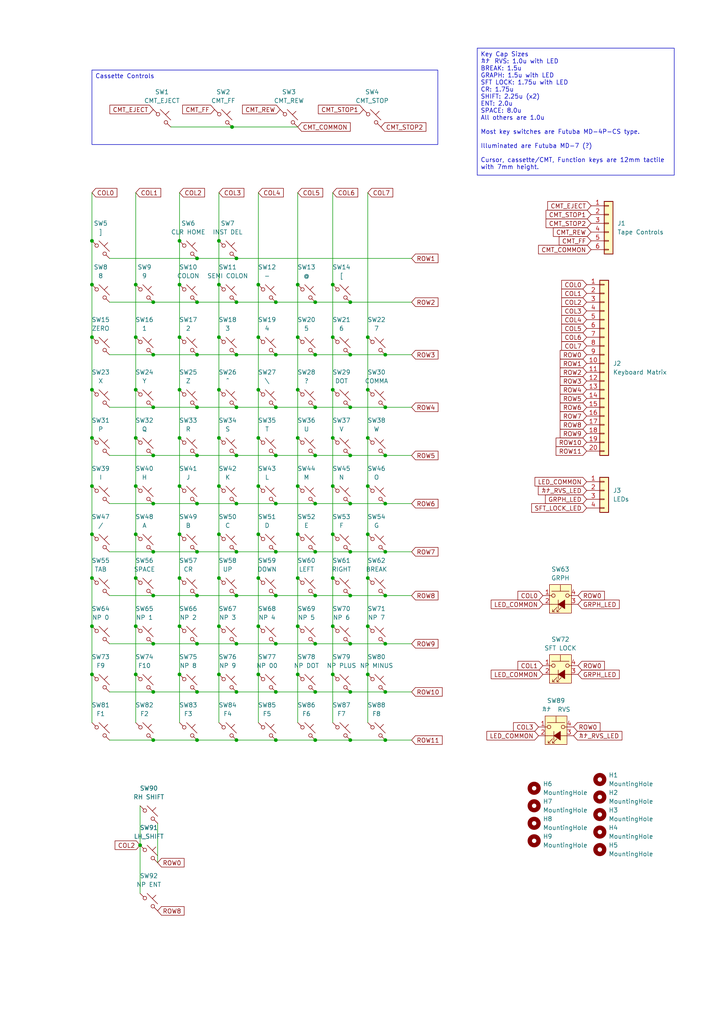
<source format=kicad_sch>
(kicad_sch (version 20250114) (generator "eeschema") (generator_version "9.0")
  (paper "A4" portrait)
  (title_block (title "Sharp MZ-80B Keyboard") (date "12/FEB/2026") (rev "A") (company "Brett Hallen"))
  (text_box "Cassette Controls" (at 26.67 20.32 0) (size 100.33 21.59) (margins 0.9525 0.9525 0.9525 0.9525) (effects (font (size 1.27 1.27)) (justify left top)))
  (text_box "Key Cap Sizes\nカナ　RVS: 1.0u with LED\nBREAK: 1.5u\nGRAPH: 1.5u with LED\nSFT LOCK: 1.75u with LED\nCR: 1.75u\nSHIFT: 2.25u (x2)\nENT: 2.0u\nSPACE: 8.0u\nAll others are 1.0u\n\nMost key switches are Futuba MD-4P-CS type.\n\nIlluminated are Futuba MD-7 (?)\n\nCursor, cassette/CMT, Function keys are 12mm tactile with 7mm height." (at 138.43 13.97 0) (size 57.15 36.83) (margins 0.9525 0.9525 0.9525 0.9525) (effects (font (size 1.27 1.27)) (justify left top)))
  (junction (at 26.67 97.79))
  (junction (at 39.37 140.97))
  (junction (at 52.07 154.94))
  (junction (at 52.07 113.03))
  (junction (at 106.68 113.03))
  (junction (at 96.52 140.97))
  (junction (at 106.68 154.94))
  (junction (at 106.68 97.79))
  (junction (at 86.36 113.03))
  (junction (at 63.5 167.64))
  (junction (at 111.76 132.08))
  (junction (at 44.45 132.08))
  (junction (at 26.67 195.58))
  (junction (at 63.5 127))
  (junction (at 52.07 195.58))
  (junction (at 86.36 82.55))
  (junction (at 101.6 200.66))
  (junction (at 86.36 167.64))
  (junction (at 106.68 181.61))
  (junction (at 68.58 186.69))
  (junction (at 44.45 214.63))
  (junction (at 101.6 132.08))
  (junction (at 26.67 181.61))
  (junction (at 80.01 132.08))
  (junction (at 111.76 200.66))
  (junction (at 63.5 69.85))
  (junction (at 39.37 82.55))
  (junction (at 111.76 172.72))
  (junction (at 96.52 97.79))
  (junction (at 68.58 160.02))
  (junction (at 26.67 140.97))
  (junction (at 80.01 87.63))
  (junction (at 80.01 118.11))
  (junction (at 80.01 200.66))
  (junction (at 52.07 82.55))
  (junction (at 74.93 113.03))
  (junction (at 80.01 102.87))
  (junction (at 101.6 87.63))
  (junction (at 111.76 186.69))
  (junction (at 57.15 118.11))
  (junction (at 39.37 97.79))
  (junction (at 80.01 214.63))
  (junction (at 63.5 140.97))
  (junction (at 74.93 167.64))
  (junction (at 91.44 214.63))
  (junction (at 74.93 154.94))
  (junction (at 26.67 167.64))
  (junction (at 68.58 87.63))
  (junction (at 91.44 118.11))
  (junction (at 86.36 97.79))
  (junction (at 57.15 214.63))
  (junction (at 91.44 200.66))
  (junction (at 101.6 146.05))
  (junction (at 96.52 113.03))
  (junction (at 63.5 97.79))
  (junction (at 111.76 160.02))
  (junction (at 63.5 113.03))
  (junction (at 44.45 186.69))
  (junction (at 80.01 172.72))
  (junction (at 63.5 82.55))
  (junction (at 101.6 160.02))
  (junction (at 52.07 69.85))
  (junction (at 57.15 146.05))
  (junction (at 39.37 154.94))
  (junction (at 57.15 172.72))
  (junction (at 106.68 167.64))
  (junction (at 96.52 195.58))
  (junction (at 44.45 200.66))
  (junction (at 52.07 167.64))
  (junction (at 63.5 181.61))
  (junction (at 39.37 127))
  (junction (at 63.5 195.58))
  (junction (at 52.07 97.79))
  (junction (at 57.15 200.66))
  (junction (at 57.15 87.63))
  (junction (at 74.93 97.79))
  (junction (at 68.58 74.93))
  (junction (at 80.01 186.69))
  (junction (at 44.45 87.63))
  (junction (at 91.44 146.05))
  (junction (at 63.5 154.94))
  (junction (at 74.93 140.97))
  (junction (at 96.52 82.55))
  (junction (at 39.37 167.64))
  (junction (at 26.67 69.85))
  (junction (at 91.44 186.69))
  (junction (at 80.01 160.02))
  (junction (at 74.93 181.61))
  (junction (at 106.68 140.97))
  (junction (at 52.07 181.61))
  (junction (at 101.6 186.69))
  (junction (at 101.6 102.87))
  (junction (at 91.44 87.63))
  (junction (at 101.6 172.72))
  (junction (at 39.37 181.61))
  (junction (at 68.58 132.08))
  (junction (at 57.15 186.69))
  (junction (at 111.76 146.05))
  (junction (at 101.6 214.63))
  (junction (at 57.15 160.02))
  (junction (at 74.93 127))
  (junction (at 40.64 245.11))
  (junction (at 111.76 214.63))
  (junction (at 96.52 154.94))
  (junction (at 39.37 195.58))
  (junction (at 91.44 102.87))
  (junction (at 68.58 146.05))
  (junction (at 111.76 118.11))
  (junction (at 26.67 113.03))
  (junction (at 86.36 154.94))
  (junction (at 68.58 172.72))
  (junction (at 74.93 82.55))
  (junction (at 91.44 172.72))
  (junction (at 80.01 146.05))
  (junction (at 44.45 102.87))
  (junction (at 101.6 118.11))
  (junction (at 26.67 82.55))
  (junction (at 52.07 127))
  (junction (at 68.58 214.63))
  (junction (at 26.67 127))
  (junction (at 91.44 132.08))
  (junction (at 96.52 127))
  (junction (at 39.37 113.03))
  (junction (at 111.76 102.87))
  (junction (at 52.07 140.97))
  (junction (at 44.45 118.11))
  (junction (at 96.52 181.61))
  (junction (at 91.44 160.02))
  (junction (at 44.45 160.02))
  (junction (at 86.36 181.61))
  (junction (at 67.31 36.83))
  (junction (at 57.15 102.87))
  (junction (at 86.36 127))
  (junction (at 106.68 195.58))
  (junction (at 57.15 132.08))
  (junction (at 68.58 200.66))
  (junction (at 68.58 102.87))
  (junction (at 26.67 154.94))
  (junction (at 68.58 118.11))
  (junction (at 86.36 195.58))
  (junction (at 57.15 74.93))
  (junction (at 96.52 167.64))
  (junction (at 44.45 172.72))
  (junction (at 106.68 127))
  (junction (at 86.36 140.97))
  (junction (at 44.45 146.05))
  (junction (at 74.93 195.58))
  (wire (pts (xy 31.75 74.93) (xy 57.15 74.93)))
  (wire (pts (xy 106.68 140.97) (xy 106.68 154.94)))
  (wire (pts (xy 80.01 160.02) (xy 91.44 160.02)))
  (wire (pts (xy 111.76 186.69) (xy 119.38 186.69)))
  (wire (pts (xy 52.07 82.55) (xy 52.07 97.79)))
  (wire (pts (xy 31.75 118.11) (xy 44.45 118.11)))
  (wire (pts (xy 57.15 214.63) (xy 68.58 214.63)))
  (wire (pts (xy 52.07 195.58) (xy 52.07 209.55)))
  (wire (pts (xy 57.15 132.08) (xy 68.58 132.08)))
  (wire (pts (xy 57.15 200.66) (xy 68.58 200.66)))
  (wire (pts (xy 101.6 87.63) (xy 119.38 87.63)))
  (wire (pts (xy 91.44 102.87) (xy 101.6 102.87)))
  (wire (pts (xy 86.36 167.64) (xy 86.36 181.61)))
  (wire (pts (xy 45.72 238.76) (xy 45.72 250.19)))
  (wire (pts (xy 63.5 97.79) (xy 63.5 113.03)))
  (wire (pts (xy 40.64 245.11) (xy 40.64 259.08)))
  (wire (pts (xy 68.58 186.69) (xy 80.01 186.69)))
  (wire (pts (xy 26.67 195.58) (xy 26.67 209.55)))
  (wire (pts (xy 74.93 82.55) (xy 74.93 97.79)))
  (wire (pts (xy 91.44 214.63) (xy 101.6 214.63)))
  (wire (pts (xy 80.01 87.63) (xy 91.44 87.63)))
  (wire (pts (xy 111.76 200.66) (xy 119.38 200.66)))
  (wire (pts (xy 68.58 87.63) (xy 80.01 87.63)))
  (wire (pts (xy 74.93 140.97) (xy 74.93 154.94)))
  (wire (pts (xy 63.5 167.64) (xy 63.5 181.61)))
  (wire (pts (xy 101.6 132.08) (xy 111.76 132.08)))
  (wire (pts (xy 26.67 167.64) (xy 26.67 181.61)))
  (wire (pts (xy 57.15 172.72) (xy 68.58 172.72)))
  (wire (pts (xy 68.58 200.66) (xy 80.01 200.66)))
  (wire (pts (xy 101.6 118.11) (xy 111.76 118.11)))
  (wire (pts (xy 39.37 55.88) (xy 39.37 82.55)))
  (wire (pts (xy 57.15 87.63) (xy 68.58 87.63)))
  (wire (pts (xy 111.76 102.87) (xy 119.38 102.87)))
  (wire (pts (xy 63.5 113.03) (xy 63.5 127)))
  (wire (pts (xy 44.45 118.11) (xy 57.15 118.11)))
  (wire (pts (xy 68.58 102.87) (xy 80.01 102.87)))
  (wire (pts (xy 31.75 160.02) (xy 44.45 160.02)))
  (wire (pts (xy 91.44 172.72) (xy 101.6 172.72)))
  (wire (pts (xy 57.15 102.87) (xy 68.58 102.87)))
  (wire (pts (xy 68.58 160.02) (xy 80.01 160.02)))
  (wire (pts (xy 74.93 97.79) (xy 74.93 113.03)))
  (wire (pts (xy 63.5 127) (xy 63.5 140.97)))
  (wire (pts (xy 63.5 140.97) (xy 63.5 154.94)))
  (wire (pts (xy 86.36 140.97) (xy 86.36 154.94)))
  (wire (pts (xy 31.75 200.66) (xy 44.45 200.66)))
  (wire (pts (xy 52.07 97.79) (xy 52.07 113.03)))
  (wire (pts (xy 111.76 214.63) (xy 119.38 214.63)))
  (wire (pts (xy 86.36 127) (xy 86.36 140.97)))
  (wire (pts (xy 63.5 195.58) (xy 63.5 209.55)))
  (wire (pts (xy 44.45 87.63) (xy 57.15 87.63)))
  (wire (pts (xy 31.75 186.69) (xy 44.45 186.69)))
  (wire (pts (xy 63.5 69.85) (xy 63.5 82.55)))
  (wire (pts (xy 31.75 87.63) (xy 44.45 87.63)))
  (wire (pts (xy 96.52 82.55) (xy 96.52 97.79)))
  (wire (pts (xy 44.45 214.63) (xy 57.15 214.63)))
  (wire (pts (xy 57.15 74.93) (xy 68.58 74.93)))
  (wire (pts (xy 91.44 118.11) (xy 101.6 118.11)))
  (wire (pts (xy 96.52 97.79) (xy 96.52 113.03)))
  (wire (pts (xy 106.68 97.79) (xy 106.68 113.03)))
  (wire (pts (xy 96.52 195.58) (xy 96.52 209.55)))
  (wire (pts (xy 74.93 113.03) (xy 74.93 127)))
  (wire (pts (xy 91.44 160.02) (xy 101.6 160.02)))
  (wire (pts (xy 26.67 181.61) (xy 26.67 195.58)))
  (wire (pts (xy 74.93 195.58) (xy 74.93 209.55)))
  (wire (pts (xy 44.45 102.87) (xy 57.15 102.87)))
  (wire (pts (xy 39.37 167.64) (xy 39.37 181.61)))
  (wire (pts (xy 57.15 146.05) (xy 68.58 146.05)))
  (wire (pts (xy 101.6 146.05) (xy 111.76 146.05)))
  (wire (pts (xy 26.67 113.03) (xy 26.67 127)))
  (wire (pts (xy 106.68 113.03) (xy 106.68 127)))
  (wire (pts (xy 80.01 132.08) (xy 91.44 132.08)))
  (wire (pts (xy 44.45 132.08) (xy 57.15 132.08)))
  (wire (pts (xy 68.58 172.72) (xy 80.01 172.72)))
  (wire (pts (xy 74.93 167.64) (xy 74.93 181.61)))
  (wire (pts (xy 68.58 118.11) (xy 80.01 118.11)))
  (wire (pts (xy 106.68 181.61) (xy 106.68 195.58)))
  (wire (pts (xy 57.15 186.69) (xy 68.58 186.69)))
  (wire (pts (xy 80.01 146.05) (xy 91.44 146.05)))
  (wire (pts (xy 39.37 195.58) (xy 39.37 209.55)))
  (wire (pts (xy 31.75 132.08) (xy 44.45 132.08)))
  (wire (pts (xy 96.52 181.61) (xy 96.52 195.58)))
  (wire (pts (xy 52.07 127) (xy 52.07 140.97)))
  (wire (pts (xy 31.75 214.63) (xy 44.45 214.63)))
  (wire (pts (xy 119.38 74.93) (xy 68.58 74.93)))
  (wire (pts (xy 52.07 69.85) (xy 52.07 82.55)))
  (wire (pts (xy 91.44 200.66) (xy 101.6 200.66)))
  (wire (pts (xy 31.75 102.87) (xy 44.45 102.87)))
  (wire (pts (xy 74.93 55.88) (xy 74.93 82.55)))
  (wire (pts (xy 63.5 82.55) (xy 63.5 97.79)))
  (wire (pts (xy 101.6 186.69) (xy 111.76 186.69)))
  (wire (pts (xy 57.15 160.02) (xy 68.58 160.02)))
  (wire (pts (xy 106.68 154.94) (xy 106.68 167.64)))
  (wire (pts (xy 101.6 172.72) (xy 111.76 172.72)))
  (wire (pts (xy 86.36 55.88) (xy 86.36 82.55)))
  (wire (pts (xy 39.37 127) (xy 39.37 140.97)))
  (wire (pts (xy 111.76 132.08) (xy 119.38 132.08)))
  (wire (pts (xy 80.01 118.11) (xy 91.44 118.11)))
  (wire (pts (xy 80.01 186.69) (xy 91.44 186.69)))
  (wire (pts (xy 68.58 214.63) (xy 80.01 214.63)))
  (wire (pts (xy 44.45 200.66) (xy 57.15 200.66)))
  (wire (pts (xy 44.45 172.72) (xy 57.15 172.72)))
  (wire (pts (xy 67.31 36.83) (xy 86.36 36.83)))
  (wire (pts (xy 91.44 186.69) (xy 101.6 186.69)))
  (wire (pts (xy 106.68 167.64) (xy 106.68 181.61)))
  (wire (pts (xy 91.44 87.63) (xy 101.6 87.63)))
  (wire (pts (xy 74.93 181.61) (xy 74.93 195.58)))
  (wire (pts (xy 86.36 113.03) (xy 86.36 127)))
  (wire (pts (xy 80.01 200.66) (xy 91.44 200.66)))
  (wire (pts (xy 111.76 146.05) (xy 119.38 146.05)))
  (wire (pts (xy 52.07 154.94) (xy 52.07 167.64)))
  (wire (pts (xy 68.58 132.08) (xy 80.01 132.08)))
  (wire (pts (xy 31.75 172.72) (xy 44.45 172.72)))
  (wire (pts (xy 63.5 154.94) (xy 63.5 167.64)))
  (wire (pts (xy 106.68 55.88) (xy 106.68 97.79)))
  (wire (pts (xy 74.93 154.94) (xy 74.93 167.64)))
  (wire (pts (xy 86.36 195.58) (xy 86.36 209.55)))
  (wire (pts (xy 52.07 167.64) (xy 52.07 181.61)))
  (wire (pts (xy 57.15 118.11) (xy 68.58 118.11)))
  (wire (pts (xy 80.01 102.87) (xy 91.44 102.87)))
  (wire (pts (xy 96.52 140.97) (xy 96.52 154.94)))
  (wire (pts (xy 80.01 172.72) (xy 91.44 172.72)))
  (wire (pts (xy 91.44 132.08) (xy 101.6 132.08)))
  (wire (pts (xy 52.07 181.61) (xy 52.07 195.58)))
  (wire (pts (xy 96.52 154.94) (xy 96.52 167.64)))
  (wire (pts (xy 39.37 97.79) (xy 39.37 113.03)))
  (wire (pts (xy 101.6 200.66) (xy 111.76 200.66)))
  (wire (pts (xy 111.76 172.72) (xy 119.38 172.72)))
  (wire (pts (xy 39.37 113.03) (xy 39.37 127)))
  (wire (pts (xy 44.45 146.05) (xy 57.15 146.05)))
  (wire (pts (xy 63.5 55.88) (xy 63.5 69.85)))
  (wire (pts (xy 26.67 140.97) (xy 26.67 154.94)))
  (wire (pts (xy 91.44 146.05) (xy 101.6 146.05)))
  (wire (pts (xy 86.36 154.94) (xy 86.36 167.64)))
  (wire (pts (xy 86.36 97.79) (xy 86.36 113.03)))
  (wire (pts (xy 96.52 167.64) (xy 96.52 181.61)))
  (wire (pts (xy 26.67 55.88) (xy 26.67 69.85)))
  (wire (pts (xy 49.53 36.83) (xy 67.31 36.83)))
  (wire (pts (xy 44.45 186.69) (xy 57.15 186.69)))
  (wire (pts (xy 101.6 102.87) (xy 111.76 102.87)))
  (wire (pts (xy 86.36 82.55) (xy 86.36 97.79)))
  (wire (pts (xy 26.67 154.94) (xy 26.67 167.64)))
  (wire (pts (xy 101.6 214.63) (xy 111.76 214.63)))
  (wire (pts (xy 52.07 55.88) (xy 52.07 69.85)))
  (wire (pts (xy 111.76 160.02) (xy 119.38 160.02)))
  (wire (pts (xy 31.75 146.05) (xy 44.45 146.05)))
  (wire (pts (xy 106.68 127) (xy 106.68 140.97)))
  (wire (pts (xy 26.67 82.55) (xy 26.67 97.79)))
  (wire (pts (xy 26.67 127) (xy 26.67 140.97)))
  (wire (pts (xy 40.64 233.68) (xy 40.64 245.11)))
  (wire (pts (xy 63.5 181.61) (xy 63.5 195.58)))
  (wire (pts (xy 106.68 195.58) (xy 106.68 209.55)))
  (wire (pts (xy 39.37 140.97) (xy 39.37 154.94)))
  (wire (pts (xy 96.52 113.03) (xy 96.52 127)))
  (wire (pts (xy 80.01 214.63) (xy 91.44 214.63)))
  (wire (pts (xy 44.45 160.02) (xy 57.15 160.02)))
  (wire (pts (xy 68.58 146.05) (xy 80.01 146.05)))
  (wire (pts (xy 101.6 160.02) (xy 111.76 160.02)))
  (wire (pts (xy 86.36 181.61) (xy 86.36 195.58)))
  (wire (pts (xy 96.52 127) (xy 96.52 140.97)))
  (wire (pts (xy 39.37 154.94) (xy 39.37 167.64)))
  (wire (pts (xy 96.52 55.88) (xy 96.52 82.55)))
  (wire (pts (xy 111.76 118.11) (xy 119.38 118.11)))
  (wire (pts (xy 39.37 181.61) (xy 39.37 195.58)))
  (wire (pts (xy 52.07 113.03) (xy 52.07 127)))
  (wire (pts (xy 39.37 82.55) (xy 39.37 97.79)))
  (wire (pts (xy 26.67 69.85) (xy 26.67 82.55)))
  (wire (pts (xy 74.93 127) (xy 74.93 140.97)))
  (wire (pts (xy 26.67 97.79) (xy 26.67 113.03)))
  (wire (pts (xy 52.07 140.97) (xy 52.07 154.94)))
  (global_label "ROW0" (shape input) (at 167.64 172.72 0) (property "Intersheetrefs" "${INTERSHEET_REFS}" (effects (hide yes))))
  (global_label "CMT_STOP2" (shape input) (at 171.45 64.77 180) (property "Intersheetrefs" "${INTERSHEET_REFS}" (effects (hide yes))))
  (global_label "ROW3" (shape input) (at 170.18 110.49 180) (property "Intersheetrefs" "${INTERSHEET_REFS}" (effects (hide yes))))
  (global_label "CMT_COMMON" (shape input) (at 171.45 72.39 180) (property "Intersheetrefs" "${INTERSHEET_REFS}" (effects (hide yes))))
  (global_label "COL1" (shape input) (at 39.37 55.88 0) (property "Intersheetrefs" "${INTERSHEET_REFS}" (effects (hide yes))))
  (global_label "LED_COMMON" (shape input) (at 156.21 213.36 180) (property "Intersheetrefs" "${INTERSHEET_REFS}" (effects (hide yes))))
  (global_label "COL4" (shape input) (at 170.18 92.71 180) (property "Intersheetrefs" "${INTERSHEET_REFS}" (effects (hide yes))))
  (global_label "ROW4" (shape input) (at 119.38 118.11 0) (property "Intersheetrefs" "${INTERSHEET_REFS}" (effects (hide yes))))
  (global_label "ROW10" (shape input) (at 119.38 200.66 0) (property "Intersheetrefs" "${INTERSHEET_REFS}" (effects (hide yes))))
  (global_label "ROW6" (shape input) (at 170.18 118.11 180) (property "Intersheetrefs" "${INTERSHEET_REFS}" (effects (hide yes))))
  (global_label "ROW0" (shape input) (at 45.72 250.19 0) (property "Intersheetrefs" "${INTERSHEET_REFS}" (effects (hide yes))))
  (global_label "LED_COMMON" (shape input) (at 170.18 139.7 180) (property "Intersheetrefs" "${INTERSHEET_REFS}" (effects (hide yes))))
  (global_label "COL0" (shape input) (at 157.48 172.72 180) (property "Intersheetrefs" "${INTERSHEET_REFS}" (effects (hide yes))))
  (global_label "CMT_REW" (shape input) (at 81.28 31.75 180) (property "Intersheetrefs" "${INTERSHEET_REFS}" (effects (hide yes))))
  (global_label "COL6" (shape input) (at 96.52 55.88 0) (property "Intersheetrefs" "${INTERSHEET_REFS}" (effects (hide yes))))
  (global_label "CMT_STOP2" (shape input) (at 110.49 36.83 0) (property "Intersheetrefs" "${INTERSHEET_REFS}" (effects (hide yes))))
  (global_label "SFT_LOCK_LED" (shape input) (at 170.18 147.32 180) (property "Intersheetrefs" "${INTERSHEET_REFS}" (effects (hide yes))))
  (global_label "COL7" (shape input) (at 170.18 100.33 180) (property "Intersheetrefs" "${INTERSHEET_REFS}" (effects (hide yes))))
  (global_label "ROW5" (shape input) (at 119.38 132.08 0) (property "Intersheetrefs" "${INTERSHEET_REFS}" (effects (hide yes))))
  (global_label "CMT_STOP1" (shape input) (at 171.45 62.23 180) (property "Intersheetrefs" "${INTERSHEET_REFS}" (effects (hide yes))))
  (global_label "ROW11" (shape input) (at 170.18 130.81 180) (property "Intersheetrefs" "${INTERSHEET_REFS}" (effects (hide yes))))
  (global_label "GRPH_LED" (shape input) (at 170.18 144.78 180) (property "Intersheetrefs" "${INTERSHEET_REFS}" (effects (hide yes))))
  (global_label "ROW5" (shape input) (at 170.18 115.57 180) (property "Intersheetrefs" "${INTERSHEET_REFS}" (effects (hide yes))))
  (global_label "COL3" (shape input) (at 170.18 90.17 180) (property "Intersheetrefs" "${INTERSHEET_REFS}" (effects (hide yes))))
  (global_label "ROW2" (shape input) (at 170.18 107.95 180) (property "Intersheetrefs" "${INTERSHEET_REFS}" (effects (hide yes))))
  (global_label "LED_COMMON" (shape input) (at 157.48 175.26 180) (property "Intersheetrefs" "${INTERSHEET_REFS}" (effects (hide yes))))
  (global_label "ROW8" (shape input) (at 45.72 264.16 0) (property "Intersheetrefs" "${INTERSHEET_REFS}" (effects (hide yes))))
  (global_label "CMT_STOP1" (shape input) (at 105.41 31.75 180) (property "Intersheetrefs" "${INTERSHEET_REFS}" (effects (hide yes))))
  (global_label "ROW9" (shape input) (at 119.38 186.69 0) (property "Intersheetrefs" "${INTERSHEET_REFS}" (effects (hide yes))))
  (global_label "ROW9" (shape input) (at 170.18 125.73 180) (property "Intersheetrefs" "${INTERSHEET_REFS}" (effects (hide yes))))
  (global_label "ROW6" (shape input) (at 119.38 146.05 0) (property "Intersheetrefs" "${INTERSHEET_REFS}" (effects (hide yes))))
  (global_label "CMT_FF" (shape input) (at 171.45 69.85 180) (property "Intersheetrefs" "${INTERSHEET_REFS}" (effects (hide yes))))
  (global_label "カナ_RVS_LED" (shape input) (at 170.18 142.24 180) (property "Intersheetrefs" "${INTERSHEET_REFS}" (effects (hide yes))))
  (global_label "ROW8" (shape input) (at 119.38 172.72 0) (property "Intersheetrefs" "${INTERSHEET_REFS}" (effects (hide yes))))
  (global_label "ROW0" (shape input) (at 170.18 102.87 180) (property "Intersheetrefs" "${INTERSHEET_REFS}" (effects (hide yes))))
  (global_label "ROW0" (shape input) (at 166.37 210.82 0) (property "Intersheetrefs" "${INTERSHEET_REFS}" (effects (hide yes))))
  (global_label "GRPH_LED" (shape input) (at 167.64 175.26 0) (property "Intersheetrefs" "${INTERSHEET_REFS}" (effects (hide yes))))
  (global_label "COL3" (shape input) (at 156.21 210.82 180) (property "Intersheetrefs" "${INTERSHEET_REFS}" (effects (hide yes))))
  (global_label "ROW11" (shape input) (at 119.38 214.63 0) (property "Intersheetrefs" "${INTERSHEET_REFS}" (effects (hide yes))))
  (global_label "COL5" (shape input) (at 170.18 95.25 180) (property "Intersheetrefs" "${INTERSHEET_REFS}" (effects (hide yes))))
  (global_label "LED_COMMON" (shape input) (at 157.48 195.58 180) (property "Intersheetrefs" "${INTERSHEET_REFS}" (effects (hide yes))))
  (global_label "ROW1" (shape input) (at 119.38 74.93 0) (property "Intersheetrefs" "${INTERSHEET_REFS}" (effects (hide yes))))
  (global_label "COL1" (shape input) (at 157.48 193.04 180) (property "Intersheetrefs" "${INTERSHEET_REFS}" (effects (hide yes))))
  (global_label "ROW7" (shape input) (at 170.18 120.65 180) (property "Intersheetrefs" "${INTERSHEET_REFS}" (effects (hide yes))))
  (global_label "ROW3" (shape input) (at 119.38 102.87 0) (property "Intersheetrefs" "${INTERSHEET_REFS}" (effects (hide yes))))
  (global_label "GRPH_LED" (shape input) (at 167.64 195.58 0) (property "Intersheetrefs" "${INTERSHEET_REFS}" (effects (hide yes))))
  (global_label "COL0" (shape input) (at 26.67 55.88 0) (property "Intersheetrefs" "${INTERSHEET_REFS}" (effects (hide yes))))
  (global_label "COL2" (shape input) (at 52.07 55.88 0) (property "Intersheetrefs" "${INTERSHEET_REFS}" (effects (hide yes))))
  (global_label "COL2" (shape input) (at 170.18 87.63 180) (property "Intersheetrefs" "${INTERSHEET_REFS}" (effects (hide yes))))
  (global_label "ROW10" (shape input) (at 170.18 128.27 180) (property "Intersheetrefs" "${INTERSHEET_REFS}" (effects (hide yes))))
  (global_label "CMT_REW" (shape input) (at 171.45 67.31 180) (property "Intersheetrefs" "${INTERSHEET_REFS}" (effects (hide yes))))
  (global_label "COL5" (shape input) (at 86.36 55.88 0) (property "Intersheetrefs" "${INTERSHEET_REFS}" (effects (hide yes))))
  (global_label "ROW7" (shape input) (at 119.38 160.02 0) (property "Intersheetrefs" "${INTERSHEET_REFS}" (effects (hide yes))))
  (global_label "COL2" (shape input) (at 40.64 245.11 180) (property "Intersheetrefs" "${INTERSHEET_REFS}" (effects (hide yes))))
  (global_label "COL3" (shape input) (at 63.5 55.88 0) (property "Intersheetrefs" "${INTERSHEET_REFS}" (effects (hide yes))))
  (global_label "ROW2" (shape input) (at 119.38 87.63 0) (property "Intersheetrefs" "${INTERSHEET_REFS}" (effects (hide yes))))
  (global_label "カナ_RVS_LED" (shape input) (at 166.37 213.36 0) (property "Intersheetrefs" "${INTERSHEET_REFS}" (effects (hide yes))))
  (global_label "CMT_FF" (shape input) (at 62.23 31.75 180) (property "Intersheetrefs" "${INTERSHEET_REFS}" (effects (hide yes))))
  (global_label "ROW8" (shape input) (at 170.18 123.19 180) (property "Intersheetrefs" "${INTERSHEET_REFS}" (effects (hide yes))))
  (global_label "ROW4" (shape input) (at 170.18 113.03 180) (property "Intersheetrefs" "${INTERSHEET_REFS}" (effects (hide yes))))
  (global_label "CMT_EJECT" (shape input) (at 44.45 31.75 180) (property "Intersheetrefs" "${INTERSHEET_REFS}" (effects (hide yes))))
  (global_label "COL6" (shape input) (at 170.18 97.79 180) (property "Intersheetrefs" "${INTERSHEET_REFS}" (effects (hide yes))))
  (global_label "COL0" (shape input) (at 170.18 82.55 180) (property "Intersheetrefs" "${INTERSHEET_REFS}" (effects (hide yes))))
  (global_label "ROW0" (shape input) (at 167.64 193.04 0) (property "Intersheetrefs" "${INTERSHEET_REFS}" (effects (hide yes))))
  (global_label "COL4" (shape input) (at 74.93 55.88 0) (property "Intersheetrefs" "${INTERSHEET_REFS}" (effects (hide yes))))
  (global_label "COL1" (shape input) (at 170.18 85.09 180) (property "Intersheetrefs" "${INTERSHEET_REFS}" (effects (hide yes))))
  (global_label "ROW1" (shape input) (at 170.18 105.41 180) (property "Intersheetrefs" "${INTERSHEET_REFS}" (effects (hide yes))))
  (global_label "CMT_EJECT" (shape input) (at 171.45 59.69 180) (property "Intersheetrefs" "${INTERSHEET_REFS}" (effects (hide yes))))
  (global_label "COL7" (shape input) (at 106.68 55.88 0) (property "Intersheetrefs" "${INTERSHEET_REFS}" (effects (hide yes))))
  (global_label "CMT_COMMON" (shape input) (at 86.36 36.83 0) (property "Intersheetrefs" "${INTERSHEET_REFS}" (effects (hide yes))))
  (symbol (lib_id "Connector_Generic:Conn_01x20") (at 175.26 105.41 0) (unit 1)
    (property "Reference" "J2" (at 177.8 105.4099 0) (effects (justify left)))
    (property "Value" "Keyboard Matrix" (at 177.8 107.9499 0) (effects (justify left)))
    (property "Footprint" "Connector_PinHeader_2.54mm:PinHeader_1x20_P2.54mm_Vertical" (effects (hide yes)))
    (property "Description" "Generic connector, single row, 01x20, script generated (kicad-library-utils/schlib/autogen/connector/)" (effects (hide yes)))
  )
  (symbol (lib_id "Switch:SW_Push_45deg") (at 77.47 170.18 0) (unit 1)
    (property "Reference" "SW59" (at 77.47 162.56 0))
    (property "Value" "DOWN" (at 77.47 165.1 0))
    (property "Footprint" "Button_Switch_THT:SW_PUSH-12mm" (effects (hide yes)))
    (property "Description" "Push button switch, normally open, two pins, 45° tilted" (effects (hide yes)))
  )
  (symbol (lib_id "Switch:SW_Push_45deg") (at 41.91 170.18 0) (unit 1)
    (property "Reference" "SW56" (at 41.91 162.56 0))
    (property "Value" "SPACE" (at 41.91 165.1 0))
    (property "Footprint" "Clueless_Engineer:Futuba MD-4P" (effects (hide yes)))
    (property "Description" "Push button switch, normally open, two pins, 45° tilted" (effects (hide yes)))
  )
  (symbol (lib_id "Switch:SW_Push_45deg") (at 41.91 85.09 0) (unit 1)
    (property "Reference" "SW9" (at 41.91 77.47 0))
    (property "Value" "9" (at 41.91 80.01 0))
    (property "Footprint" "Clueless_Engineer:Futuba MD-4P" (effects (hide yes)))
    (property "Description" "Push button switch, normally open, two pins, 45° tilted" (effects (hide yes)))
  )
  (symbol (lib_id "Connector_Generic:Conn_01x04") (at 175.26 142.24 0) (unit 1)
    (property "Reference" "J3" (at 177.8 142.2399 0) (effects (justify left)))
    (property "Value" "LEDs" (at 177.8 144.7799 0) (effects (justify left)))
    (property "Footprint" "Connector_PinHeader_2.54mm:PinHeader_1x04_P2.54mm_Vertical" (effects (hide yes)))
    (property "Description" "Generic connector, single row, 01x04, script generated (kicad-library-utils/schlib/autogen/connector/)" (effects (hide yes)))
  )
  (symbol (lib_id "Switch:SW_Push_45deg") (at 109.22 198.12 0) (unit 1)
    (property "Reference" "SW80" (at 109.22 190.5 0))
    (property "Value" "NP MINUS" (at 109.22 193.04 0))
    (property "Footprint" "Clueless_Engineer:Futuba MD-4P" (effects (hide yes)))
    (property "Description" "Push button switch, normally open, two pins, 45° tilted" (effects (hide yes)))
  )
  (symbol (lib_id "Switch:SW_Push_45deg") (at 54.61 170.18 0) (unit 1)
    (property "Reference" "SW57" (at 54.61 162.56 0))
    (property "Value" "CR" (at 54.61 165.1 0))
    (property "Footprint" "Clueless_Engineer:Futuba MD-4P" (effects (hide yes)))
    (property "Description" "Push button switch, normally open, two pins, 45° tilted" (effects (hide yes)))
  )
  (symbol (lib_id "Mechanical:MountingHole") (at 173.99 246.38 0) (unit 1) (in_bom no)
    (property "Reference" "H5" (at 176.53 245.1099 0) (effects (justify left)))
    (property "Value" "MountingHole" (at 176.53 247.6499 0) (effects (justify left)))
    (property "Footprint" "MountingHole:MountingHole_4.3mm_M4" (effects (hide yes)))
    (property "Description" "Mounting Hole without connection" (effects (hide yes)))
  )
  (symbol (lib_id "Switch:SW_Push_45deg") (at 88.9 129.54 0) (unit 1)
    (property "Reference" "SW36" (at 88.9 121.92 0))
    (property "Value" "U" (at 88.9 124.46 0))
    (property "Footprint" "Clueless_Engineer:Futuba MD-4P" (effects (hide yes)))
    (property "Description" "Push button switch, normally open, two pins, 45° tilted" (effects (hide yes)))
  )
  (symbol (lib_id "Switch:SW_Push_45deg") (at 88.9 157.48 0) (unit 1)
    (property "Reference" "SW52" (at 88.9 149.86 0))
    (property "Value" "E" (at 88.9 152.4 0))
    (property "Footprint" "Clueless_Engineer:Futuba MD-4P" (effects (hide yes)))
    (property "Description" "Push button switch, normally open, two pins, 45° tilted" (effects (hide yes)))
  )
  (symbol (lib_id "Switch:SW_Push_45deg") (at 77.47 85.09 0) (unit 1)
    (property "Reference" "SW12" (at 77.47 77.47 0))
    (property "Value" "-" (at 77.47 80.01 0))
    (property "Footprint" "Clueless_Engineer:Futuba MD-4P" (effects (hide yes)))
    (property "Description" "Push button switch, normally open, two pins, 45° tilted" (effects (hide yes)))
  )
  (symbol (lib_id "Mechanical:MountingHole") (at 154.94 243.84 0) (unit 1) (in_bom no)
    (property "Reference" "H9" (at 157.48 242.5699 0) (effects (justify left)))
    (property "Value" "MountingHole" (at 157.48 245.1099 0) (effects (justify left)))
    (property "Footprint" "MountingHole:MountingHole_3.2mm_M3" (effects (hide yes)))
    (property "Description" "Mounting Hole without connection" (effects (hide yes)))
  )
  (symbol (lib_id "Switch:SW_Push_45deg") (at 88.9 100.33 0) (unit 1)
    (property "Reference" "SW20" (at 88.9 92.71 0))
    (property "Value" "5" (at 88.9 95.25 0))
    (property "Footprint" "Clueless_Engineer:Futuba MD-4P" (effects (hide yes)))
    (property "Description" "Push button switch, normally open, two pins, 45° tilted" (effects (hide yes)))
  )
  (symbol (lib_id "Switch:SW_Push_45deg") (at 46.99 34.29 0) (unit 1)
    (property "Reference" "SW1" (at 46.99 26.67 0))
    (property "Value" "CMT_EJECT" (at 46.99 29.21 0))
    (property "Footprint" "Button_Switch_THT:SW_PUSH-12mm" (effects (hide yes)))
    (property "Description" "Push button switch, normally open, two pins, 45° tilted" (effects (hide yes)))
  )
  (symbol (lib_id "Switch:SW_Push_45deg") (at 77.47 157.48 0) (unit 1)
    (property "Reference" "SW51" (at 77.47 149.86 0))
    (property "Value" "D" (at 77.47 152.4 0))
    (property "Footprint" "Clueless_Engineer:Futuba MD-4P" (effects (hide yes)))
    (property "Description" "Push button switch, normally open, two pins, 45° tilted" (effects (hide yes)))
  )
  (symbol (lib_id "Switch:SW_Push_45deg") (at 54.61 115.57 0) (unit 1)
    (property "Reference" "SW25" (at 54.61 107.95 0))
    (property "Value" "Z" (at 54.61 110.49 0))
    (property "Footprint" "Clueless_Engineer:Futuba MD-4P" (effects (hide yes)))
    (property "Description" "Push button switch, normally open, two pins, 45° tilted" (effects (hide yes)))
  )
  (symbol (lib_id "Switch:SW_Push_45deg") (at 109.22 212.09 0) (unit 1)
    (property "Reference" "SW88" (at 109.22 204.47 0))
    (property "Value" "F8" (at 109.22 207.01 0))
    (property "Footprint" "Button_Switch_THT:SW_PUSH-12mm" (effects (hide yes)))
    (property "Description" "Push button switch, normally open, two pins, 45° tilted" (effects (hide yes)))
  )
  (symbol (lib_id "Switch:SW_Push_45deg") (at 41.91 157.48 0) (unit 1)
    (property "Reference" "SW48" (at 41.91 149.86 0))
    (property "Value" "A" (at 41.91 152.4 0))
    (property "Footprint" "Clueless_Engineer:Futuba MD-4P" (effects (hide yes)))
    (property "Description" "Push button switch, normally open, two pins, 45° tilted" (effects (hide yes)))
  )
  (symbol (lib_id "Switch:SW_Push_45deg") (at 99.06 212.09 0) (unit 1)
    (property "Reference" "SW87" (at 99.06 204.47 0))
    (property "Value" "F7" (at 99.06 207.01 0))
    (property "Footprint" "Button_Switch_THT:SW_PUSH-12mm" (effects (hide yes)))
    (property "Description" "Push button switch, normally open, two pins, 45° tilted" (effects (hide yes)))
  )
  (symbol (lib_id "Switch:SW_Push_45deg") (at 107.95 34.29 0) (unit 1)
    (property "Reference" "SW4" (at 107.95 26.67 0))
    (property "Value" "CMT_STOP" (at 107.95 29.21 0))
    (property "Footprint" "Button_Switch_THT:SW_PUSH-12mm" (effects (hide yes)))
    (property "Description" "Push button switch, normally open, two pins, 45° tilted" (effects (hide yes)))
  )
  (symbol (lib_id "Switch:SW_MEC_5G_LED") (at 161.29 213.36 0) (unit 1)
    (property "Reference" "SW89" (at 161.29 203.2 0))
    (property "Value" "カナ  RVS" (at 161.29 205.74 0))
    (property "Footprint" "Clueless_Engineer:Futuba MD-7" (effects (hide yes)))
    (property "Datasheet" "http://www.apem.com/int/index.php?controller=attachment&id_attachment=488" (effects (hide yes)))
    (property "Description" "MEC 5G single pole normally-open illuminated tactile switch" (effects (hide yes)))
  )
  (symbol (lib_id "Mechanical:MountingHole") (at 173.99 226.06 0) (unit 1) (in_bom no)
    (property "Reference" "H1" (at 176.53 224.7899 0) (effects (justify left)))
    (property "Value" "MountingHole" (at 176.53 227.3299 0) (effects (justify left)))
    (property "Footprint" "MountingHole:MountingHole_4.3mm_M4" (effects (hide yes)))
    (property "Description" "Mounting Hole without connection" (effects (hide yes)))
  )
  (symbol (lib_id "Switch:SW_Push_45deg") (at 109.22 184.15 0) (unit 1)
    (property "Reference" "SW71" (at 109.22 176.53 0))
    (property "Value" "NP 7" (at 109.22 179.07 0))
    (property "Footprint" "Clueless_Engineer:Futuba MD-4P" (effects (hide yes)))
    (property "Description" "Push button switch, normally open, two pins, 45° tilted" (effects (hide yes)))
  )
  (symbol (lib_id "Switch:SW_Push_45deg") (at 99.06 170.18 0) (unit 1)
    (property "Reference" "SW61" (at 99.06 162.56 0))
    (property "Value" "RIGHT" (at 99.06 165.1 0))
    (property "Footprint" "Button_Switch_THT:SW_PUSH-12mm" (effects (hide yes)))
    (property "Description" "Push button switch, normally open, two pins, 45° tilted" (effects (hide yes)))
  )
  (symbol (lib_id "Switch:SW_Push_45deg") (at 77.47 184.15 0) (unit 1)
    (property "Reference" "SW68" (at 77.47 176.53 0))
    (property "Value" "NP 4" (at 77.47 179.07 0))
    (property "Footprint" "Clueless_Engineer:Futuba MD-4P" (effects (hide yes)))
    (property "Description" "Push button switch, normally open, two pins, 45° tilted" (effects (hide yes)))
  )
  (symbol (lib_id "Switch:SW_Push_45deg") (at 64.77 34.29 0) (unit 1)
    (property "Reference" "SW2" (at 64.77 26.67 0))
    (property "Value" "CMT_FF" (at 64.77 29.21 0))
    (property "Footprint" "Button_Switch_THT:SW_PUSH-12mm" (effects (hide yes)))
    (property "Description" "Push button switch, normally open, two pins, 45° tilted" (effects (hide yes)))
  )
  (symbol (lib_id "Switch:SW_Push_45deg") (at 29.21 170.18 0) (unit 1)
    (property "Reference" "SW55" (at 29.21 162.56 0))
    (property "Value" "TAB" (at 29.21 165.1 0))
    (property "Footprint" "Clueless_Engineer:Futuba MD-4P" (effects (hide yes)))
    (property "Description" "Push button switch, normally open, two pins, 45° tilted" (effects (hide yes)))
  )
  (symbol (lib_id "Switch:SW_Push_45deg") (at 88.9 170.18 0) (unit 1)
    (property "Reference" "SW60" (at 88.9 162.56 0))
    (property "Value" "LEFT" (at 88.9 165.1 0))
    (property "Footprint" "Button_Switch_THT:SW_PUSH-12mm" (effects (hide yes)))
    (property "Description" "Push button switch, normally open, two pins, 45° tilted" (effects (hide yes)))
  )
  (symbol (lib_id "Switch:SW_Push_45deg") (at 29.21 184.15 0) (unit 1)
    (property "Reference" "SW64" (at 29.21 176.53 0))
    (property "Value" "NP 0" (at 29.21 179.07 0))
    (property "Footprint" "Clueless_Engineer:Futuba MD-4P" (effects (hide yes)))
    (property "Description" "Push button switch, normally open, two pins, 45° tilted" (effects (hide yes)))
  )
  (symbol (lib_id "Switch:SW_Push_45deg") (at 77.47 198.12 0) (unit 1)
    (property "Reference" "SW77" (at 77.47 190.5 0))
    (property "Value" "NP 00" (at 77.47 193.04 0))
    (property "Footprint" "Clueless_Engineer:Futuba MD-4P" (effects (hide yes)))
    (property "Description" "Push button switch, normally open, two pins, 45° tilted" (effects (hide yes)))
  )
  (symbol (lib_id "Switch:SW_Push_45deg") (at 29.21 129.54 0) (unit 1)
    (property "Reference" "SW31" (at 29.21 121.92 0))
    (property "Value" "P" (at 29.21 124.46 0))
    (property "Footprint" "Clueless_Engineer:Futuba MD-4P" (effects (hide yes)))
    (property "Description" "Push button switch, normally open, two pins, 45° tilted" (effects (hide yes)))
  )
  (symbol (lib_id "Switch:SW_Push_45deg") (at 54.61 85.09 0) (unit 1)
    (property "Reference" "SW10" (at 54.61 77.47 0))
    (property "Value" "COLON" (at 54.61 80.01 0))
    (property "Footprint" "Clueless_Engineer:Futuba MD-4P" (effects (hide yes)))
    (property "Description" "Push button switch, normally open, two pins, 45° tilted" (effects (hide yes)))
  )
  (symbol (lib_id "Switch:SW_Push_45deg") (at 29.21 100.33 0) (unit 1)
    (property "Reference" "SW15" (at 29.21 92.71 0))
    (property "Value" "ZERO" (at 29.21 95.25 0))
    (property "Footprint" "Clueless_Engineer:Futuba MD-4P" (effects (hide yes)))
    (property "Description" "Push button switch, normally open, two pins, 45° tilted" (effects (hide yes)))
  )
  (symbol (lib_id "Switch:SW_Push_45deg") (at 66.04 198.12 0) (unit 1)
    (property "Reference" "SW76" (at 66.04 190.5 0))
    (property "Value" "NP 9" (at 66.04 193.04 0))
    (property "Footprint" "Clueless_Engineer:Futuba MD-4P" (effects (hide yes)))
    (property "Description" "Push button switch, normally open, two pins, 45° tilted" (effects (hide yes)))
  )
  (symbol (lib_id "Switch:SW_Push_45deg") (at 41.91 143.51 0) (unit 1)
    (property "Reference" "SW40" (at 41.91 135.89 0))
    (property "Value" "H" (at 41.91 138.43 0))
    (property "Footprint" "Clueless_Engineer:Futuba MD-4P" (effects (hide yes)))
    (property "Description" "Push button switch, normally open, two pins, 45° tilted" (effects (hide yes)))
  )
  (symbol (lib_id "Switch:SW_Push_45deg") (at 54.61 198.12 0) (unit 1)
    (property "Reference" "SW75" (at 54.61 190.5 0))
    (property "Value" "NP 8" (at 54.61 193.04 0))
    (property "Footprint" "Clueless_Engineer:Futuba MD-4P" (effects (hide yes)))
    (property "Description" "Push button switch, normally open, two pins, 45° tilted" (effects (hide yes)))
  )
  (symbol (lib_id "Switch:SW_MEC_5G_LED") (at 162.56 175.26 0) (unit 1)
    (property "Reference" "SW63" (at 162.56 165.1 0))
    (property "Value" "GRPH" (at 162.56 167.64 0))
    (property "Footprint" "Clueless_Engineer:Futuba MD-7" (effects (hide yes)))
    (property "Datasheet" "http://www.apem.com/int/index.php?controller=attachment&id_attachment=488" (effects (hide yes)))
    (property "Description" "MEC 5G single pole normally-open illuminated tactile switch" (effects (hide yes)))
  )
  (symbol (lib_id "Switch:SW_Push_45deg") (at 54.61 72.39 0) (unit 1)
    (property "Reference" "SW6" (at 54.61 64.77 0))
    (property "Value" "CLR HOME" (at 54.61 67.31 0))
    (property "Footprint" "Clueless_Engineer:Futuba MD-4P" (effects (hide yes)))
    (property "Description" "Push button switch, normally open, two pins, 45° tilted" (effects (hide yes)))
  )
  (symbol (lib_id "Switch:SW_Push_45deg") (at 29.21 72.39 0) (unit 1)
    (property "Reference" "SW5" (at 29.21 64.77 0))
    (property "Value" "]" (at 29.21 67.31 0))
    (property "Footprint" "Clueless_Engineer:Futuba MD-4P" (effects (hide yes)))
    (property "Description" "Push button switch, normally open, two pins, 45° tilted" (effects (hide yes)))
  )
  (symbol (lib_id "Mechanical:MountingHole") (at 173.99 231.14 0) (unit 1) (in_bom no)
    (property "Reference" "H2" (at 176.53 229.8699 0) (effects (justify left)))
    (property "Value" "MountingHole" (at 176.53 232.4099 0) (effects (justify left)))
    (property "Footprint" "MountingHole:MountingHole_4.3mm_M4" (effects (hide yes)))
    (property "Description" "Mounting Hole without connection" (effects (hide yes)))
  )
  (symbol (lib_id "Switch:SW_Push_45deg") (at 41.91 129.54 0) (unit 1)
    (property "Reference" "SW32" (at 41.91 121.92 0))
    (property "Value" "Q" (at 41.91 124.46 0))
    (property "Footprint" "Clueless_Engineer:Futuba MD-4P" (effects (hide yes)))
    (property "Description" "Push button switch, normally open, two pins, 45° tilted" (effects (hide yes)))
  )
  (symbol (lib_id "Switch:SW_Push_45deg") (at 88.9 115.57 0) (unit 1)
    (property "Reference" "SW28" (at 88.9 107.95 0))
    (property "Value" "?" (at 88.9 110.49 0))
    (property "Footprint" "Clueless_Engineer:Futuba MD-4P" (effects (hide yes)))
    (property "Description" "Push button switch, normally open, two pins, 45° tilted" (effects (hide yes)))
  )
  (symbol (lib_id "Switch:SW_Push_45deg") (at 41.91 100.33 0) (unit 1)
    (property "Reference" "SW16" (at 41.91 92.71 0))
    (property "Value" "1" (at 41.91 95.25 0))
    (property "Footprint" "Clueless_Engineer:Futuba MD-4P" (effects (hide yes)))
    (property "Description" "Push button switch, normally open, two pins, 45° tilted" (effects (hide yes)))
  )
  (symbol (lib_id "Switch:SW_Push_45deg") (at 88.9 85.09 0) (unit 1)
    (property "Reference" "SW13" (at 88.9 77.47 0))
    (property "Value" "@" (at 88.9 80.01 0))
    (property "Footprint" "Clueless_Engineer:Futuba MD-4P" (effects (hide yes)))
    (property "Description" "Push button switch, normally open, two pins, 45° tilted" (effects (hide yes)))
  )
  (symbol (lib_id "Switch:SW_Push_45deg") (at 54.61 100.33 0) (unit 1)
    (property "Reference" "SW17" (at 54.61 92.71 0))
    (property "Value" "2" (at 54.61 95.25 0))
    (property "Footprint" "Clueless_Engineer:Futuba MD-4P" (effects (hide yes)))
    (property "Description" "Push button switch, normally open, two pins, 45° tilted" (effects (hide yes)))
  )
  (symbol (lib_id "Switch:SW_Push_45deg") (at 88.9 212.09 0) (unit 1)
    (property "Reference" "SW86" (at 88.9 204.47 0))
    (property "Value" "F6" (at 88.9 207.01 0))
    (property "Footprint" "Button_Switch_THT:SW_PUSH-12mm" (effects (hide yes)))
    (property "Description" "Push button switch, normally open, two pins, 45° tilted" (effects (hide yes)))
  )
  (symbol (lib_id "Switch:SW_Push_45deg") (at 77.47 100.33 0) (unit 1)
    (property "Reference" "SW19" (at 77.47 92.71 0))
    (property "Value" "4" (at 77.47 95.25 0))
    (property "Footprint" "Clueless_Engineer:Futuba MD-4P" (effects (hide yes)))
    (property "Description" "Push button switch, normally open, two pins, 45° tilted" (effects (hide yes)))
  )
  (symbol (lib_id "Mechanical:MountingHole") (at 173.99 236.22 0) (unit 1) (in_bom no)
    (property "Reference" "H3" (at 176.53 234.9499 0) (effects (justify left)))
    (property "Value" "MountingHole" (at 176.53 237.4899 0) (effects (justify left)))
    (property "Footprint" "MountingHole:MountingHole_4.3mm_M4" (effects (hide yes)))
    (property "Description" "Mounting Hole without connection" (effects (hide yes)))
  )
  (symbol (lib_id "Switch:SW_Push_45deg") (at 41.91 184.15 0) (unit 1)
    (property "Reference" "SW65" (at 41.91 176.53 0))
    (property "Value" "NP 1" (at 41.91 179.07 0))
    (property "Footprint" "Clueless_Engineer:Futuba MD-4P" (effects (hide yes)))
    (property "Description" "Push button switch, normally open, two pins, 45° tilted" (effects (hide yes)))
  )
  (symbol (lib_id "Switch:SW_Push_45deg") (at 88.9 143.51 0) (unit 1)
    (property "Reference" "SW44" (at 88.9 135.89 0))
    (property "Value" "M" (at 88.9 138.43 0))
    (property "Footprint" "Clueless_Engineer:Futuba MD-4P" (effects (hide yes)))
    (property "Description" "Push button switch, normally open, two pins, 45° tilted" (effects (hide yes)))
  )
  (symbol (lib_id "Switch:SW_Push_45deg") (at 66.04 129.54 0) (unit 1)
    (property "Reference" "SW34" (at 66.04 121.92 0))
    (property "Value" "S" (at 66.04 124.46 0))
    (property "Footprint" "Clueless_Engineer:Futuba MD-4P" (effects (hide yes)))
    (property "Description" "Push button switch, normally open, two pins, 45° tilted" (effects (hide yes)))
  )
  (symbol (lib_id "Switch:SW_Push_45deg") (at 99.06 85.09 0) (unit 1)
    (property "Reference" "SW14" (at 99.06 77.47 0))
    (property "Value" "[" (at 99.06 80.01 0))
    (property "Footprint" "Clueless_Engineer:Futuba MD-4P" (effects (hide yes)))
    (property "Description" "Push button switch, normally open, two pins, 45° tilted" (effects (hide yes)))
  )
  (symbol (lib_id "Switch:SW_Push_45deg") (at 66.04 85.09 0) (unit 1)
    (property "Reference" "SW11" (at 66.04 77.47 0))
    (property "Value" "SEMI COLON" (at 66.04 80.01 0))
    (property "Footprint" "Clueless_Engineer:Futuba MD-4P" (effects (hide yes)))
    (property "Description" "Push button switch, normally open, two pins, 45° tilted" (effects (hide yes)))
  )
  (symbol (lib_id "Switch:SW_Push_45deg") (at 77.47 143.51 0) (unit 1)
    (property "Reference" "SW43" (at 77.47 135.89 0))
    (property "Value" "L" (at 77.47 138.43 0))
    (property "Footprint" "Clueless_Engineer:Futuba MD-4P" (effects (hide yes)))
    (property "Description" "Push button switch, normally open, two pins, 45° tilted" (effects (hide yes)))
  )
  (symbol (lib_id "Switch:SW_Push_45deg") (at 77.47 212.09 0) (unit 1)
    (property "Reference" "SW85" (at 77.47 204.47 0))
    (property "Value" "F5" (at 77.47 207.01 0))
    (property "Footprint" "Button_Switch_THT:SW_PUSH-12mm" (effects (hide yes)))
    (property "Description" "Push button switch, normally open, two pins, 45° tilted" (effects (hide yes)))
  )
  (symbol (lib_id "Switch:SW_Push_45deg") (at 66.04 170.18 0) (unit 1)
    (property "Reference" "SW58" (at 66.04 162.56 0))
    (property "Value" "UP" (at 66.04 165.1 0))
    (property "Footprint" "Button_Switch_THT:SW_PUSH-12mm" (effects (hide yes)))
    (property "Description" "Push button switch, normally open, two pins, 45° tilted" (effects (hide yes)))
  )
  (symbol (lib_id "Mechanical:MountingHole") (at 154.94 228.6 0) (unit 1) (in_bom no)
    (property "Reference" "H6" (at 157.48 227.3299 0) (effects (justify left)))
    (property "Value" "MountingHole" (at 157.48 229.8699 0) (effects (justify left)))
    (property "Footprint" "MountingHole:MountingHole_3.2mm_M3" (effects (hide yes)))
    (property "Description" "Mounting Hole without connection" (effects (hide yes)))
  )
  (symbol (lib_id "Switch:SW_Push_45deg") (at 66.04 100.33 0) (unit 1)
    (property "Reference" "SW18" (at 66.04 92.71 0))
    (property "Value" "3" (at 66.04 95.25 0))
    (property "Footprint" "Clueless_Engineer:Futuba MD-4P" (effects (hide yes)))
    (property "Description" "Push button switch, normally open, two pins, 45° tilted" (effects (hide yes)))
  )
  (symbol (lib_id "Switch:SW_Push_45deg") (at 43.18 236.22 0) (unit 1)
    (property "Reference" "SW90" (at 43.18 228.6 0))
    (property "Value" "RH SHIFT" (at 43.18 231.14 0))
    (property "Footprint" "Clueless_Engineer:Futuba MD-4P" (effects (hide yes)))
    (property "Description" "Push button switch, normally open, two pins, 45° tilted" (effects (hide yes)))
  )
  (symbol (lib_id "Switch:SW_Push_45deg") (at 29.21 212.09 0) (unit 1)
    (property "Reference" "SW81" (at 29.21 204.47 0))
    (property "Value" "F1" (at 29.21 207.01 0))
    (property "Footprint" "Button_Switch_THT:SW_PUSH-12mm" (effects (hide yes)))
    (property "Description" "Push button switch, normally open, two pins, 45° tilted" (effects (hide yes)))
  )
  (symbol (lib_id "Switch:SW_Push_45deg") (at 83.82 34.29 0) (unit 1)
    (property "Reference" "SW3" (at 83.82 26.67 0))
    (property "Value" "CMT_REW" (at 83.82 29.21 0))
    (property "Footprint" "Button_Switch_THT:SW_PUSH-12mm" (effects (hide yes)))
    (property "Description" "Push button switch, normally open, two pins, 45° tilted" (effects (hide yes)))
  )
  (symbol (lib_id "Mechanical:MountingHole") (at 154.94 238.76 0) (unit 1) (in_bom no)
    (property "Reference" "H8" (at 157.48 237.4899 0) (effects (justify left)))
    (property "Value" "MountingHole" (at 157.48 240.0299 0) (effects (justify left)))
    (property "Footprint" "MountingHole:MountingHole_3.2mm_M3" (effects (hide yes)))
    (property "Description" "Mounting Hole without connection" (effects (hide yes)))
  )
  (symbol (lib_id "Switch:SW_Push_45deg") (at 43.18 261.62 0) (unit 1)
    (property "Reference" "SW92" (at 43.18 254 0))
    (property "Value" "NP ENT" (at 43.18 256.54 0))
    (property "Footprint" "Clueless_Engineer:Futuba MD-4P" (effects (hide yes)))
    (property "Description" "Push button switch, normally open, two pins, 45° tilted" (effects (hide yes)))
  )
  (symbol (lib_id "Switch:SW_Push_45deg") (at 66.04 184.15 0) (unit 1)
    (property "Reference" "SW67" (at 66.04 176.53 0))
    (property "Value" "NP 3" (at 66.04 179.07 0))
    (property "Footprint" "Clueless_Engineer:Futuba MD-4P" (effects (hide yes)))
    (property "Description" "Push button switch, normally open, two pins, 45° tilted" (effects (hide yes)))
  )
  (symbol (lib_id "Switch:SW_Push_45deg") (at 66.04 143.51 0) (unit 1)
    (property "Reference" "SW42" (at 66.04 135.89 0))
    (property "Value" "K" (at 66.04 138.43 0))
    (property "Footprint" "Clueless_Engineer:Futuba MD-4P" (effects (hide yes)))
    (property "Description" "Push button switch, normally open, two pins, 45° tilted" (effects (hide yes)))
  )
  (symbol (lib_id "Switch:SW_Push_45deg") (at 66.04 115.57 0) (unit 1)
    (property "Reference" "SW26" (at 66.04 107.95 0))
    (property "Value" "^" (at 66.04 110.49 0))
    (property "Footprint" "Clueless_Engineer:Futuba MD-4P" (effects (hide yes)))
    (property "Description" "Push button switch, normally open, two pins, 45° tilted" (effects (hide yes)))
  )
  (symbol (lib_id "Switch:SW_Push_45deg") (at 99.06 157.48 0) (unit 1)
    (property "Reference" "SW53" (at 99.06 149.86 0))
    (property "Value" "F" (at 99.06 152.4 0))
    (property "Footprint" "Clueless_Engineer:Futuba MD-4P" (effects (hide yes)))
    (property "Description" "Push button switch, normally open, two pins, 45° tilted" (effects (hide yes)))
  )
  (symbol (lib_id "Switch:SW_Push_45deg") (at 66.04 157.48 0) (unit 1)
    (property "Reference" "SW50" (at 66.04 149.86 0))
    (property "Value" "C" (at 66.04 152.4 0))
    (property "Footprint" "Clueless_Engineer:Futuba MD-4P" (effects (hide yes)))
    (property "Description" "Push button switch, normally open, two pins, 45° tilted" (effects (hide yes)))
  )
  (symbol (lib_id "Switch:SW_Push_45deg") (at 99.06 115.57 0) (unit 1)
    (property "Reference" "SW29" (at 99.06 107.95 0))
    (property "Value" "DOT" (at 99.06 110.49 0))
    (property "Footprint" "Clueless_Engineer:Futuba MD-4P" (effects (hide yes)))
    (property "Description" "Push button switch, normally open, two pins, 45° tilted" (effects (hide yes)))
  )
  (symbol (lib_id "Switch:SW_Push_45deg") (at 29.21 143.51 0) (unit 1)
    (property "Reference" "SW39" (at 29.21 135.89 0))
    (property "Value" "I" (at 29.21 138.43 0))
    (property "Footprint" "Clueless_Engineer:Futuba MD-4P" (effects (hide yes)))
    (property "Description" "Push button switch, normally open, two pins, 45° tilted" (effects (hide yes)))
  )
  (symbol (lib_id "Switch:SW_Push_45deg") (at 109.22 170.18 0) (unit 1)
    (property "Reference" "SW62" (at 109.22 162.56 0))
    (property "Value" "BREAK" (at 109.22 165.1 0))
    (property "Footprint" "Clueless_Engineer:Futuba MD-4P" (effects (hide yes)))
    (property "Description" "Push button switch, normally open, two pins, 45° tilted" (effects (hide yes)))
  )
  (symbol (lib_id "Switch:SW_Push_45deg") (at 77.47 129.54 0) (unit 1)
    (property "Reference" "SW35" (at 77.47 121.92 0))
    (property "Value" "T" (at 77.47 124.46 0))
    (property "Footprint" "Clueless_Engineer:Futuba MD-4P" (effects (hide yes)))
    (property "Description" "Push button switch, normally open, two pins, 45° tilted" (effects (hide yes)))
  )
  (symbol (lib_id "Switch:SW_Push_45deg") (at 88.9 198.12 0) (unit 1)
    (property "Reference" "SW78" (at 88.9 190.5 0))
    (property "Value" "NP DOT" (at 88.9 193.04 0))
    (property "Footprint" "Clueless_Engineer:Futuba MD-4P" (effects (hide yes)))
    (property "Description" "Push button switch, normally open, two pins, 45° tilted" (effects (hide yes)))
  )
  (symbol (lib_id "Switch:SW_Push_45deg") (at 99.06 198.12 0) (unit 1)
    (property "Reference" "SW79" (at 99.06 190.5 0))
    (property "Value" "NP PLUS" (at 99.06 193.04 0))
    (property "Footprint" "Clueless_Engineer:Futuba MD-4P" (effects (hide yes)))
    (property "Description" "Push button switch, normally open, two pins, 45° tilted" (effects (hide yes)))
  )
  (symbol (lib_id "Switch:SW_Push_45deg") (at 29.21 85.09 0) (unit 1)
    (property "Reference" "SW8" (at 29.21 77.47 0))
    (property "Value" "8" (at 29.21 80.01 0))
    (property "Footprint" "Clueless_Engineer:Futuba MD-4P" (effects (hide yes)))
    (property "Description" "Push button switch, normally open, two pins, 45° tilted" (effects (hide yes)))
  )
  (symbol (lib_id "Switch:SW_Push_45deg") (at 109.22 157.48 0) (unit 1)
    (property "Reference" "SW54" (at 109.22 149.86 0))
    (property "Value" "G" (at 109.22 152.4 0))
    (property "Footprint" "Clueless_Engineer:Futuba MD-4P" (effects (hide yes)))
    (property "Description" "Push button switch, normally open, two pins, 45° tilted" (effects (hide yes)))
  )
  (symbol (lib_id "Switch:SW_Push_45deg") (at 43.18 247.65 0) (unit 1)
    (property "Reference" "SW91" (at 43.18 240.03 0))
    (property "Value" "LH_SHIFT" (at 43.18 242.57 0))
    (property "Footprint" "Clueless_Engineer:Futuba MD-4P" (effects (hide yes)))
    (property "Description" "Push button switch, normally open, two pins, 45° tilted" (effects (hide yes)))
  )
  (symbol (lib_id "Switch:SW_Push_45deg") (at 99.06 129.54 0) (unit 1)
    (property "Reference" "SW37" (at 99.06 121.92 0))
    (property "Value" "V" (at 99.06 124.46 0))
    (property "Footprint" "Clueless_Engineer:Futuba MD-4P" (effects (hide yes)))
    (property "Description" "Push button switch, normally open, two pins, 45° tilted" (effects (hide yes)))
  )
  (symbol (lib_id "Mechanical:MountingHole") (at 173.99 241.3 0) (unit 1) (in_bom no)
    (property "Reference" "H4" (at 176.53 240.0299 0) (effects (justify left)))
    (property "Value" "MountingHole" (at 176.53 242.5699 0) (effects (justify left)))
    (property "Footprint" "MountingHole:MountingHole_4.3mm_M4" (effects (hide yes)))
    (property "Description" "Mounting Hole without connection" (effects (hide yes)))
  )
  (symbol (lib_id "Switch:SW_Push_45deg") (at 109.22 143.51 0) (unit 1)
    (property "Reference" "SW46" (at 109.22 135.89 0))
    (property "Value" "O" (at 109.22 138.43 0))
    (property "Footprint" "Clueless_Engineer:Futuba MD-4P" (effects (hide yes)))
    (property "Description" "Push button switch, normally open, two pins, 45° tilted" (effects (hide yes)))
  )
  (symbol (lib_id "Switch:SW_Push_45deg") (at 29.21 115.57 0) (unit 1)
    (property "Reference" "SW23" (at 29.21 107.95 0))
    (property "Value" "X" (at 29.21 110.49 0))
    (property "Footprint" "Clueless_Engineer:Futuba MD-4P" (effects (hide yes)))
    (property "Description" "Push button switch, normally open, two pins, 45° tilted" (effects (hide yes)))
  )
  (symbol (lib_id "Switch:SW_Push_45deg") (at 109.22 115.57 0) (unit 1)
    (property "Reference" "SW30" (at 109.22 107.95 0))
    (property "Value" "COMMA" (at 109.22 110.49 0))
    (property "Footprint" "Clueless_Engineer:Futuba MD-4P" (effects (hide yes)))
    (property "Description" "Push button switch, normally open, two pins, 45° tilted" (effects (hide yes)))
  )
  (symbol (lib_id "Switch:SW_Push_45deg") (at 41.91 115.57 0) (unit 1)
    (property "Reference" "SW24" (at 41.91 107.95 0))
    (property "Value" "Y" (at 41.91 110.49 0))
    (property "Footprint" "Clueless_Engineer:Futuba MD-4P" (effects (hide yes)))
    (property "Description" "Push button switch, normally open, two pins, 45° tilted" (effects (hide yes)))
  )
  (symbol (lib_id "Switch:SW_Push_45deg") (at 54.61 157.48 0) (unit 1)
    (property "Reference" "SW49" (at 54.61 149.86 0))
    (property "Value" "B" (at 54.61 152.4 0))
    (property "Footprint" "Clueless_Engineer:Futuba MD-4P" (effects (hide yes)))
    (property "Description" "Push button switch, normally open, two pins, 45° tilted" (effects (hide yes)))
  )
  (symbol (lib_id "Switch:SW_Push_45deg") (at 77.47 115.57 0) (unit 1)
    (property "Reference" "SW27" (at 77.47 107.95 0))
    (property "Value" "\\" (at 77.47 110.49 0))
    (property "Footprint" "Clueless_Engineer:Futuba MD-4P" (effects (hide yes)))
    (property "Description" "Push button switch, normally open, two pins, 45° tilted" (effects (hide yes)))
  )
  (symbol (lib_id "Switch:SW_Push_45deg") (at 29.21 157.48 0) (unit 1)
    (property "Reference" "SW47" (at 29.21 149.86 0))
    (property "Value" "/" (at 29.21 152.4 0))
    (property "Footprint" "Clueless_Engineer:Futuba MD-4P" (effects (hide yes)))
    (property "Description" "Push button switch, normally open, two pins, 45° tilted" (effects (hide yes)))
  )
  (symbol (lib_id "Connector_Generic:Conn_01x06") (at 176.53 64.77 0) (unit 1)
    (property "Reference" "J1" (at 179.07 64.7699 0) (effects (justify left)))
    (property "Value" "Tape Controls" (at 179.07 67.3099 0) (effects (justify left)))
    (property "Footprint" "Connector_PinHeader_2.54mm:PinHeader_1x06_P2.54mm_Vertical" (effects (hide yes)))
    (property "Description" "Generic connector, single row, 01x06, script generated (kicad-library-utils/schlib/autogen/connector/)" (effects (hide yes)))
  )
  (symbol (lib_id "Switch:SW_Push_45deg") (at 66.04 212.09 0) (unit 1)
    (property "Reference" "SW84" (at 66.04 204.47 0))
    (property "Value" "F4" (at 66.04 207.01 0))
    (property "Footprint" "Button_Switch_THT:SW_PUSH-12mm" (effects (hide yes)))
    (property "Description" "Push button switch, normally open, two pins, 45° tilted" (effects (hide yes)))
  )
  (symbol (lib_id "Switch:SW_Push_45deg") (at 109.22 129.54 0) (unit 1)
    (property "Reference" "SW38" (at 109.22 121.92 0))
    (property "Value" "W" (at 109.22 124.46 0))
    (property "Footprint" "Clueless_Engineer:Futuba MD-4P" (effects (hide yes)))
    (property "Description" "Push button switch, normally open, two pins, 45° tilted" (effects (hide yes)))
  )
  (symbol (lib_id "Switch:SW_Push_45deg") (at 99.06 143.51 0) (unit 1)
    (property "Reference" "SW45" (at 99.06 135.89 0))
    (property "Value" "N" (at 99.06 138.43 0))
    (property "Footprint" "Clueless_Engineer:Futuba MD-4P" (effects (hide yes)))
    (property "Description" "Push button switch, normally open, two pins, 45° tilted" (effects (hide yes)))
  )
  (symbol (lib_id "Switch:SW_Push_45deg") (at 54.61 212.09 0) (unit 1)
    (property "Reference" "SW83" (at 54.61 204.47 0))
    (property "Value" "F3" (at 54.61 207.01 0))
    (property "Footprint" "Button_Switch_THT:SW_PUSH-12mm" (effects (hide yes)))
    (property "Description" "Push button switch, normally open, two pins, 45° tilted" (effects (hide yes)))
  )
  (symbol (lib_id "Switch:SW_Push_45deg") (at 66.04 72.39 0) (unit 1)
    (property "Reference" "SW7" (at 66.04 64.77 0))
    (property "Value" "INST DEL" (at 66.04 67.31 0))
    (property "Footprint" "Clueless_Engineer:Futuba MD-4P" (effects (hide yes)))
    (property "Description" "Push button switch, normally open, two pins, 45° tilted" (effects (hide yes)))
  )
  (symbol (lib_id "Switch:SW_Push_45deg") (at 54.61 184.15 0) (unit 1)
    (property "Reference" "SW66" (at 54.61 176.53 0))
    (property "Value" "NP 2" (at 54.61 179.07 0))
    (property "Footprint" "Clueless_Engineer:Futuba MD-4P" (effects (hide yes)))
    (property "Description" "Push button switch, normally open, two pins, 45° tilted" (effects (hide yes)))
  )
  (symbol (lib_id "Switch:SW_Push_45deg") (at 41.91 212.09 0) (unit 1)
    (property "Reference" "SW82" (at 41.91 204.47 0))
    (property "Value" "F2" (at 41.91 207.01 0))
    (property "Footprint" "Button_Switch_THT:SW_PUSH-12mm" (effects (hide yes)))
    (property "Description" "Push button switch, normally open, two pins, 45° tilted" (effects (hide yes)))
  )
  (symbol (lib_id "Switch:SW_MEC_5G_LED") (at 162.56 195.58 0) (unit 1)
    (property "Reference" "SW72" (at 162.56 185.42 0))
    (property "Value" "SFT LOCK" (at 162.56 187.96 0))
    (property "Footprint" "Clueless_Engineer:Futuba MD-7" (effects (hide yes)))
    (property "Datasheet" "http://www.apem.com/int/index.php?controller=attachment&id_attachment=488" (effects (hide yes)))
    (property "Description" "MEC 5G single pole normally-open illuminated tactile switch" (effects (hide yes)))
  )
  (symbol (lib_id "Switch:SW_Push_45deg") (at 88.9 184.15 0) (unit 1)
    (property "Reference" "SW69" (at 88.9 176.53 0))
    (property "Value" "NP 5" (at 88.9 179.07 0))
    (property "Footprint" "Clueless_Engineer:Futuba MD-4P" (effects (hide yes)))
    (property "Description" "Push button switch, normally open, two pins, 45° tilted" (effects (hide yes)))
  )
  (symbol (lib_id "Switch:SW_Push_45deg") (at 54.61 143.51 0) (unit 1)
    (property "Reference" "SW41" (at 54.61 135.89 0))
    (property "Value" "J" (at 54.61 138.43 0))
    (property "Footprint" "Clueless_Engineer:Futuba MD-4P" (effects (hide yes)))
    (property "Description" "Push button switch, normally open, two pins, 45° tilted" (effects (hide yes)))
  )
  (symbol (lib_id "Switch:SW_Push_45deg") (at 99.06 100.33 0) (unit 1)
    (property "Reference" "SW21" (at 99.06 92.71 0))
    (property "Value" "6" (at 99.06 95.25 0))
    (property "Footprint" "Clueless_Engineer:Futuba MD-4P" (effects (hide yes)))
    (property "Description" "Push button switch, normally open, two pins, 45° tilted" (effects (hide yes)))
  )
  (symbol (lib_id "Mechanical:MountingHole") (at 154.94 233.68 0) (unit 1) (in_bom no)
    (property "Reference" "H7" (at 157.48 232.4099 0) (effects (justify left)))
    (property "Value" "MountingHole" (at 157.48 234.9499 0) (effects (justify left)))
    (property "Footprint" "MountingHole:MountingHole_3.2mm_M3" (effects (hide yes)))
    (property "Description" "Mounting Hole without connection" (effects (hide yes)))
  )
  (symbol (lib_id "Switch:SW_Push_45deg") (at 109.22 100.33 0) (unit 1)
    (property "Reference" "SW22" (at 109.22 92.71 0))
    (property "Value" "7" (at 109.22 95.25 0))
    (property "Footprint" "Clueless_Engineer:Futuba MD-4P" (effects (hide yes)))
    (property "Description" "Push button switch, normally open, two pins, 45° tilted" (effects (hide yes)))
  )
  (symbol (lib_id "Switch:SW_Push_45deg") (at 29.21 198.12 0) (unit 1)
    (property "Reference" "SW73" (at 29.21 190.5 0))
    (property "Value" "F9" (at 29.21 193.04 0))
    (property "Footprint" "Button_Switch_THT:SW_PUSH-12mm" (effects (hide yes)))
    (property "Description" "Push button switch, normally open, two pins, 45° tilted" (effects (hide yes)))
  )
  (symbol (lib_id "Switch:SW_Push_45deg") (at 99.06 184.15 0) (unit 1)
    (property "Reference" "SW70" (at 99.06 176.53 0))
    (property "Value" "NP 6" (at 99.06 179.07 0))
    (property "Footprint" "Clueless_Engineer:Futuba MD-4P" (effects (hide yes)))
    (property "Description" "Push button switch, normally open, two pins, 45° tilted" (effects (hide yes)))
  )
  (symbol (lib_id "Switch:SW_Push_45deg") (at 41.91 198.12 0) (unit 1)
    (property "Reference" "SW74" (at 41.91 190.5 0))
    (property "Value" "F10" (at 41.91 193.04 0))
    (property "Footprint" "Button_Switch_THT:SW_PUSH-12mm" (effects (hide yes)))
    (property "Description" "Push button switch, normally open, two pins, 45° tilted" (effects (hide yes)))
  )
  (symbol (lib_id "Switch:SW_Push_45deg") (at 54.61 129.54 0) (unit 1)
    (property "Reference" "SW33" (at 54.61 121.92 0))
    (property "Value" "R" (at 54.61 124.46 0))
    (property "Footprint" "Clueless_Engineer:Futuba MD-4P" (effects (hide yes)))
    (property "Description" "Push button switch, normally open, two pins, 45° tilted" (effects (hide yes)))
  )
)
</source>
